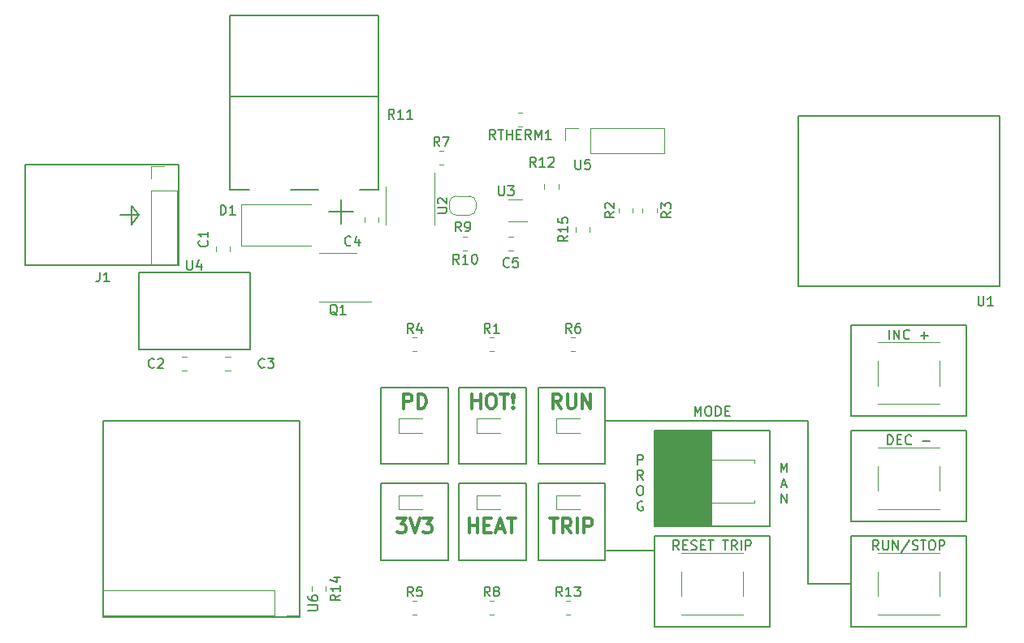
<source format=gbr>
%TF.GenerationSoftware,KiCad,Pcbnew,(6.0.4)*%
%TF.CreationDate,2022-12-15T09:54:16-05:00*%
%TF.ProjectId,HPcontroller,4850636f-6e74-4726-9f6c-6c65722e6b69,rev?*%
%TF.SameCoordinates,Original*%
%TF.FileFunction,Legend,Top*%
%TF.FilePolarity,Positive*%
%FSLAX46Y46*%
G04 Gerber Fmt 4.6, Leading zero omitted, Abs format (unit mm)*
G04 Created by KiCad (PCBNEW (6.0.4)) date 2022-12-15 09:54:16*
%MOMM*%
%LPD*%
G01*
G04 APERTURE LIST*
%ADD10C,0.150000*%
%ADD11C,0.300000*%
%ADD12C,0.120000*%
%ADD13C,0.127000*%
G04 APERTURE END LIST*
D10*
X135500000Y-94500000D02*
X147500000Y-94500000D01*
X147500000Y-94500000D02*
X147500000Y-84500000D01*
X147500000Y-84500000D02*
X135500000Y-84500000D01*
X135500000Y-84500000D02*
X135500000Y-94500000D01*
X151500000Y-83500000D02*
X151500000Y-100500000D01*
X130375000Y-83500000D02*
X151500000Y-83500000D01*
X115125000Y-90000000D02*
X122125000Y-90000000D01*
X122125000Y-90000000D02*
X122125000Y-98000000D01*
X122125000Y-98000000D02*
X115125000Y-98000000D01*
X115125000Y-98000000D02*
X115125000Y-90000000D01*
X151500000Y-100500000D02*
X156000000Y-100500000D01*
X156000000Y-84500000D02*
X168000000Y-84500000D01*
X168000000Y-84500000D02*
X168000000Y-94000000D01*
X168000000Y-94000000D02*
X156000000Y-94000000D01*
X156000000Y-94000000D02*
X156000000Y-84500000D01*
X156000000Y-73500000D02*
X168000000Y-73500000D01*
X168000000Y-73500000D02*
X168000000Y-83000000D01*
X168000000Y-83000000D02*
X156000000Y-83000000D01*
X156000000Y-83000000D02*
X156000000Y-73500000D01*
X130500000Y-97000000D02*
X135500000Y-97000000D01*
X156000000Y-95500000D02*
X168000000Y-95500000D01*
X168000000Y-95500000D02*
X168000000Y-105000000D01*
X168000000Y-105000000D02*
X156000000Y-105000000D01*
X156000000Y-105000000D02*
X156000000Y-95500000D01*
X107000000Y-90000000D02*
X114000000Y-90000000D01*
X114000000Y-90000000D02*
X114000000Y-98000000D01*
X114000000Y-98000000D02*
X107000000Y-98000000D01*
X107000000Y-98000000D02*
X107000000Y-90000000D01*
X115125000Y-80000000D02*
X122125000Y-80000000D01*
X122125000Y-80000000D02*
X122125000Y-88000000D01*
X122125000Y-88000000D02*
X115125000Y-88000000D01*
X115125000Y-88000000D02*
X115125000Y-80000000D01*
X123375000Y-90000000D02*
X130375000Y-90000000D01*
X130375000Y-90000000D02*
X130375000Y-98000000D01*
X130375000Y-98000000D02*
X123375000Y-98000000D01*
X123375000Y-98000000D02*
X123375000Y-90000000D01*
X78000000Y-104000000D02*
X98500000Y-104000000D01*
X98500000Y-104000000D02*
X98500000Y-83500000D01*
X98500000Y-83500000D02*
X78000000Y-83500000D01*
X78000000Y-83500000D02*
X78000000Y-104000000D01*
X107000000Y-80000000D02*
X114000000Y-80000000D01*
X114000000Y-80000000D02*
X114000000Y-88000000D01*
X114000000Y-88000000D02*
X107000000Y-88000000D01*
X107000000Y-88000000D02*
X107000000Y-80000000D01*
X123375000Y-80000000D02*
X130375000Y-80000000D01*
X130375000Y-80000000D02*
X130375000Y-88000000D01*
X130375000Y-88000000D02*
X123375000Y-88000000D01*
X123375000Y-88000000D02*
X123375000Y-80000000D01*
X135500000Y-95500000D02*
X147500000Y-95500000D01*
X147500000Y-95500000D02*
X147500000Y-105000000D01*
X147500000Y-105000000D02*
X135500000Y-105000000D01*
X135500000Y-105000000D02*
X135500000Y-95500000D01*
X138047619Y-96952380D02*
X137714285Y-96476190D01*
X137476190Y-96952380D02*
X137476190Y-95952380D01*
X137857142Y-95952380D01*
X137952380Y-96000000D01*
X138000000Y-96047619D01*
X138047619Y-96142857D01*
X138047619Y-96285714D01*
X138000000Y-96380952D01*
X137952380Y-96428571D01*
X137857142Y-96476190D01*
X137476190Y-96476190D01*
X138476190Y-96428571D02*
X138809523Y-96428571D01*
X138952380Y-96952380D02*
X138476190Y-96952380D01*
X138476190Y-95952380D01*
X138952380Y-95952380D01*
X139333333Y-96904761D02*
X139476190Y-96952380D01*
X139714285Y-96952380D01*
X139809523Y-96904761D01*
X139857142Y-96857142D01*
X139904761Y-96761904D01*
X139904761Y-96666666D01*
X139857142Y-96571428D01*
X139809523Y-96523809D01*
X139714285Y-96476190D01*
X139523809Y-96428571D01*
X139428571Y-96380952D01*
X139380952Y-96333333D01*
X139333333Y-96238095D01*
X139333333Y-96142857D01*
X139380952Y-96047619D01*
X139428571Y-96000000D01*
X139523809Y-95952380D01*
X139761904Y-95952380D01*
X139904761Y-96000000D01*
X140333333Y-96428571D02*
X140666666Y-96428571D01*
X140809523Y-96952380D02*
X140333333Y-96952380D01*
X140333333Y-95952380D01*
X140809523Y-95952380D01*
X141095238Y-95952380D02*
X141666666Y-95952380D01*
X141380952Y-96952380D02*
X141380952Y-95952380D01*
X142619047Y-95952380D02*
X143190476Y-95952380D01*
X142904761Y-96952380D02*
X142904761Y-95952380D01*
X144095238Y-96952380D02*
X143761904Y-96476190D01*
X143523809Y-96952380D02*
X143523809Y-95952380D01*
X143904761Y-95952380D01*
X144000000Y-96000000D01*
X144047619Y-96047619D01*
X144095238Y-96142857D01*
X144095238Y-96285714D01*
X144047619Y-96380952D01*
X144000000Y-96428571D01*
X143904761Y-96476190D01*
X143523809Y-96476190D01*
X144523809Y-96952380D02*
X144523809Y-95952380D01*
X145000000Y-96952380D02*
X145000000Y-95952380D01*
X145380952Y-95952380D01*
X145476190Y-96000000D01*
X145523809Y-96047619D01*
X145571428Y-96142857D01*
X145571428Y-96285714D01*
X145523809Y-96380952D01*
X145476190Y-96428571D01*
X145380952Y-96476190D01*
X145000000Y-96476190D01*
X159785714Y-85952380D02*
X159785714Y-84952380D01*
X160023809Y-84952380D01*
X160166666Y-85000000D01*
X160261904Y-85095238D01*
X160309523Y-85190476D01*
X160357142Y-85380952D01*
X160357142Y-85523809D01*
X160309523Y-85714285D01*
X160261904Y-85809523D01*
X160166666Y-85904761D01*
X160023809Y-85952380D01*
X159785714Y-85952380D01*
X160785714Y-85428571D02*
X161119047Y-85428571D01*
X161261904Y-85952380D02*
X160785714Y-85952380D01*
X160785714Y-84952380D01*
X161261904Y-84952380D01*
X162261904Y-85857142D02*
X162214285Y-85904761D01*
X162071428Y-85952380D01*
X161976190Y-85952380D01*
X161833333Y-85904761D01*
X161738095Y-85809523D01*
X161690476Y-85714285D01*
X161642857Y-85523809D01*
X161642857Y-85380952D01*
X161690476Y-85190476D01*
X161738095Y-85095238D01*
X161833333Y-85000000D01*
X161976190Y-84952380D01*
X162071428Y-84952380D01*
X162214285Y-85000000D01*
X162261904Y-85047619D01*
X163452380Y-85571428D02*
X164214285Y-85571428D01*
D11*
X109357142Y-82178571D02*
X109357142Y-80678571D01*
X109928571Y-80678571D01*
X110071428Y-80750000D01*
X110142857Y-80821428D01*
X110214285Y-80964285D01*
X110214285Y-81178571D01*
X110142857Y-81321428D01*
X110071428Y-81392857D01*
X109928571Y-81464285D01*
X109357142Y-81464285D01*
X110857142Y-82178571D02*
X110857142Y-80678571D01*
X111214285Y-80678571D01*
X111428571Y-80750000D01*
X111571428Y-80892857D01*
X111642857Y-81035714D01*
X111714285Y-81321428D01*
X111714285Y-81535714D01*
X111642857Y-81821428D01*
X111571428Y-81964285D01*
X111428571Y-82107142D01*
X111214285Y-82178571D01*
X110857142Y-82178571D01*
X124589285Y-93678571D02*
X125446428Y-93678571D01*
X125017857Y-95178571D02*
X125017857Y-93678571D01*
X126803571Y-95178571D02*
X126303571Y-94464285D01*
X125946428Y-95178571D02*
X125946428Y-93678571D01*
X126517857Y-93678571D01*
X126660714Y-93750000D01*
X126732142Y-93821428D01*
X126803571Y-93964285D01*
X126803571Y-94178571D01*
X126732142Y-94321428D01*
X126660714Y-94392857D01*
X126517857Y-94464285D01*
X125946428Y-94464285D01*
X127446428Y-95178571D02*
X127446428Y-93678571D01*
X128160714Y-95178571D02*
X128160714Y-93678571D01*
X128732142Y-93678571D01*
X128875000Y-93750000D01*
X128946428Y-93821428D01*
X129017857Y-93964285D01*
X129017857Y-94178571D01*
X128946428Y-94321428D01*
X128875000Y-94392857D01*
X128732142Y-94464285D01*
X128160714Y-94464285D01*
X116178571Y-95178571D02*
X116178571Y-93678571D01*
X116178571Y-94392857D02*
X117035714Y-94392857D01*
X117035714Y-95178571D02*
X117035714Y-93678571D01*
X117750000Y-94392857D02*
X118250000Y-94392857D01*
X118464285Y-95178571D02*
X117750000Y-95178571D01*
X117750000Y-93678571D01*
X118464285Y-93678571D01*
X119035714Y-94750000D02*
X119750000Y-94750000D01*
X118892857Y-95178571D02*
X119392857Y-93678571D01*
X119892857Y-95178571D01*
X120178571Y-93678571D02*
X121035714Y-93678571D01*
X120607142Y-95178571D02*
X120607142Y-93678571D01*
D10*
X148666666Y-88842380D02*
X148666666Y-87842380D01*
X149000000Y-88556666D01*
X149333333Y-87842380D01*
X149333333Y-88842380D01*
X148761904Y-90166666D02*
X149238095Y-90166666D01*
X148666666Y-90452380D02*
X149000000Y-89452380D01*
X149333333Y-90452380D01*
X148714285Y-92062380D02*
X148714285Y-91062380D01*
X149285714Y-92062380D01*
X149285714Y-91062380D01*
X159976190Y-74952380D02*
X159976190Y-73952380D01*
X160452380Y-74952380D02*
X160452380Y-73952380D01*
X161023809Y-74952380D01*
X161023809Y-73952380D01*
X162071428Y-74857142D02*
X162023809Y-74904761D01*
X161880952Y-74952380D01*
X161785714Y-74952380D01*
X161642857Y-74904761D01*
X161547619Y-74809523D01*
X161500000Y-74714285D01*
X161452380Y-74523809D01*
X161452380Y-74380952D01*
X161500000Y-74190476D01*
X161547619Y-74095238D01*
X161642857Y-74000000D01*
X161785714Y-73952380D01*
X161880952Y-73952380D01*
X162023809Y-74000000D01*
X162071428Y-74047619D01*
X163261904Y-74571428D02*
X164023809Y-74571428D01*
X163642857Y-74952380D02*
X163642857Y-74190476D01*
D11*
X116482142Y-82178571D02*
X116482142Y-80678571D01*
X116482142Y-81392857D02*
X117339285Y-81392857D01*
X117339285Y-82178571D02*
X117339285Y-80678571D01*
X118339285Y-80678571D02*
X118625000Y-80678571D01*
X118767857Y-80750000D01*
X118910714Y-80892857D01*
X118982142Y-81178571D01*
X118982142Y-81678571D01*
X118910714Y-81964285D01*
X118767857Y-82107142D01*
X118625000Y-82178571D01*
X118339285Y-82178571D01*
X118196428Y-82107142D01*
X118053571Y-81964285D01*
X117982142Y-81678571D01*
X117982142Y-81178571D01*
X118053571Y-80892857D01*
X118196428Y-80750000D01*
X118339285Y-80678571D01*
X119410714Y-80678571D02*
X120267857Y-80678571D01*
X119839285Y-82178571D02*
X119839285Y-80678571D01*
X120767857Y-82035714D02*
X120839285Y-82107142D01*
X120767857Y-82178571D01*
X120696428Y-82107142D01*
X120767857Y-82035714D01*
X120767857Y-82178571D01*
X120767857Y-81607142D02*
X120696428Y-80750000D01*
X120767857Y-80678571D01*
X120839285Y-80750000D01*
X120767857Y-81607142D01*
X120767857Y-80678571D01*
D10*
X139690476Y-82952380D02*
X139690476Y-81952380D01*
X140023809Y-82666666D01*
X140357142Y-81952380D01*
X140357142Y-82952380D01*
X141023809Y-81952380D02*
X141214285Y-81952380D01*
X141309523Y-82000000D01*
X141404761Y-82095238D01*
X141452380Y-82285714D01*
X141452380Y-82619047D01*
X141404761Y-82809523D01*
X141309523Y-82904761D01*
X141214285Y-82952380D01*
X141023809Y-82952380D01*
X140928571Y-82904761D01*
X140833333Y-82809523D01*
X140785714Y-82619047D01*
X140785714Y-82285714D01*
X140833333Y-82095238D01*
X140928571Y-82000000D01*
X141023809Y-81952380D01*
X141880952Y-82952380D02*
X141880952Y-81952380D01*
X142119047Y-81952380D01*
X142261904Y-82000000D01*
X142357142Y-82095238D01*
X142404761Y-82190476D01*
X142452380Y-82380952D01*
X142452380Y-82523809D01*
X142404761Y-82714285D01*
X142357142Y-82809523D01*
X142261904Y-82904761D01*
X142119047Y-82952380D01*
X141880952Y-82952380D01*
X142880952Y-82428571D02*
X143214285Y-82428571D01*
X143357142Y-82952380D02*
X142880952Y-82952380D01*
X142880952Y-81952380D01*
X143357142Y-81952380D01*
X158857142Y-96952380D02*
X158523809Y-96476190D01*
X158285714Y-96952380D02*
X158285714Y-95952380D01*
X158666666Y-95952380D01*
X158761904Y-96000000D01*
X158809523Y-96047619D01*
X158857142Y-96142857D01*
X158857142Y-96285714D01*
X158809523Y-96380952D01*
X158761904Y-96428571D01*
X158666666Y-96476190D01*
X158285714Y-96476190D01*
X159285714Y-95952380D02*
X159285714Y-96761904D01*
X159333333Y-96857142D01*
X159380952Y-96904761D01*
X159476190Y-96952380D01*
X159666666Y-96952380D01*
X159761904Y-96904761D01*
X159809523Y-96857142D01*
X159857142Y-96761904D01*
X159857142Y-95952380D01*
X160333333Y-96952380D02*
X160333333Y-95952380D01*
X160904761Y-96952380D01*
X160904761Y-95952380D01*
X162095238Y-95904761D02*
X161238095Y-97190476D01*
X162380952Y-96904761D02*
X162523809Y-96952380D01*
X162761904Y-96952380D01*
X162857142Y-96904761D01*
X162904761Y-96857142D01*
X162952380Y-96761904D01*
X162952380Y-96666666D01*
X162904761Y-96571428D01*
X162857142Y-96523809D01*
X162761904Y-96476190D01*
X162571428Y-96428571D01*
X162476190Y-96380952D01*
X162428571Y-96333333D01*
X162380952Y-96238095D01*
X162380952Y-96142857D01*
X162428571Y-96047619D01*
X162476190Y-96000000D01*
X162571428Y-95952380D01*
X162809523Y-95952380D01*
X162952380Y-96000000D01*
X163238095Y-95952380D02*
X163809523Y-95952380D01*
X163523809Y-96952380D02*
X163523809Y-95952380D01*
X164333333Y-95952380D02*
X164523809Y-95952380D01*
X164619047Y-96000000D01*
X164714285Y-96095238D01*
X164761904Y-96285714D01*
X164761904Y-96619047D01*
X164714285Y-96809523D01*
X164619047Y-96904761D01*
X164523809Y-96952380D01*
X164333333Y-96952380D01*
X164238095Y-96904761D01*
X164142857Y-96809523D01*
X164095238Y-96619047D01*
X164095238Y-96285714D01*
X164142857Y-96095238D01*
X164238095Y-96000000D01*
X164333333Y-95952380D01*
X165190476Y-96952380D02*
X165190476Y-95952380D01*
X165571428Y-95952380D01*
X165666666Y-96000000D01*
X165714285Y-96047619D01*
X165761904Y-96142857D01*
X165761904Y-96285714D01*
X165714285Y-96380952D01*
X165666666Y-96428571D01*
X165571428Y-96476190D01*
X165190476Y-96476190D01*
X133738095Y-88037380D02*
X133738095Y-87037380D01*
X134119047Y-87037380D01*
X134214285Y-87085000D01*
X134261904Y-87132619D01*
X134309523Y-87227857D01*
X134309523Y-87370714D01*
X134261904Y-87465952D01*
X134214285Y-87513571D01*
X134119047Y-87561190D01*
X133738095Y-87561190D01*
X134309523Y-89647380D02*
X133976190Y-89171190D01*
X133738095Y-89647380D02*
X133738095Y-88647380D01*
X134119047Y-88647380D01*
X134214285Y-88695000D01*
X134261904Y-88742619D01*
X134309523Y-88837857D01*
X134309523Y-88980714D01*
X134261904Y-89075952D01*
X134214285Y-89123571D01*
X134119047Y-89171190D01*
X133738095Y-89171190D01*
X133904761Y-90257380D02*
X134095238Y-90257380D01*
X134190476Y-90305000D01*
X134285714Y-90400238D01*
X134333333Y-90590714D01*
X134333333Y-90924047D01*
X134285714Y-91114523D01*
X134190476Y-91209761D01*
X134095238Y-91257380D01*
X133904761Y-91257380D01*
X133809523Y-91209761D01*
X133714285Y-91114523D01*
X133666666Y-90924047D01*
X133666666Y-90590714D01*
X133714285Y-90400238D01*
X133809523Y-90305000D01*
X133904761Y-90257380D01*
X134261904Y-91915000D02*
X134166666Y-91867380D01*
X134023809Y-91867380D01*
X133880952Y-91915000D01*
X133785714Y-92010238D01*
X133738095Y-92105476D01*
X133690476Y-92295952D01*
X133690476Y-92438809D01*
X133738095Y-92629285D01*
X133785714Y-92724523D01*
X133880952Y-92819761D01*
X134023809Y-92867380D01*
X134119047Y-92867380D01*
X134261904Y-92819761D01*
X134309523Y-92772142D01*
X134309523Y-92438809D01*
X134119047Y-92438809D01*
D11*
X108642857Y-93678571D02*
X109571428Y-93678571D01*
X109071428Y-94250000D01*
X109285714Y-94250000D01*
X109428571Y-94321428D01*
X109500000Y-94392857D01*
X109571428Y-94535714D01*
X109571428Y-94892857D01*
X109500000Y-95035714D01*
X109428571Y-95107142D01*
X109285714Y-95178571D01*
X108857142Y-95178571D01*
X108714285Y-95107142D01*
X108642857Y-95035714D01*
X110000000Y-93678571D02*
X110500000Y-95178571D01*
X111000000Y-93678571D01*
X111357142Y-93678571D02*
X112285714Y-93678571D01*
X111785714Y-94250000D01*
X112000000Y-94250000D01*
X112142857Y-94321428D01*
X112214285Y-94392857D01*
X112285714Y-94535714D01*
X112285714Y-94892857D01*
X112214285Y-95035714D01*
X112142857Y-95107142D01*
X112000000Y-95178571D01*
X111571428Y-95178571D01*
X111428571Y-95107142D01*
X111357142Y-95035714D01*
X125767857Y-82178571D02*
X125267857Y-81464285D01*
X124910714Y-82178571D02*
X124910714Y-80678571D01*
X125482142Y-80678571D01*
X125625000Y-80750000D01*
X125696428Y-80821428D01*
X125767857Y-80964285D01*
X125767857Y-81178571D01*
X125696428Y-81321428D01*
X125625000Y-81392857D01*
X125482142Y-81464285D01*
X124910714Y-81464285D01*
X126410714Y-80678571D02*
X126410714Y-81892857D01*
X126482142Y-82035714D01*
X126553571Y-82107142D01*
X126696428Y-82178571D01*
X126982142Y-82178571D01*
X127125000Y-82107142D01*
X127196428Y-82035714D01*
X127267857Y-81892857D01*
X127267857Y-80678571D01*
X127982142Y-82178571D02*
X127982142Y-80678571D01*
X128839285Y-82178571D01*
X128839285Y-80678571D01*
D10*
%TO.C,C3*%
X94833333Y-77857142D02*
X94785714Y-77904761D01*
X94642857Y-77952380D01*
X94547619Y-77952380D01*
X94404761Y-77904761D01*
X94309523Y-77809523D01*
X94261904Y-77714285D01*
X94214285Y-77523809D01*
X94214285Y-77380952D01*
X94261904Y-77190476D01*
X94309523Y-77095238D01*
X94404761Y-77000000D01*
X94547619Y-76952380D01*
X94642857Y-76952380D01*
X94785714Y-77000000D01*
X94833333Y-77047619D01*
X95166666Y-76952380D02*
X95785714Y-76952380D01*
X95452380Y-77333333D01*
X95595238Y-77333333D01*
X95690476Y-77380952D01*
X95738095Y-77428571D01*
X95785714Y-77523809D01*
X95785714Y-77761904D01*
X95738095Y-77857142D01*
X95690476Y-77904761D01*
X95595238Y-77952380D01*
X95309523Y-77952380D01*
X95214285Y-77904761D01*
X95166666Y-77857142D01*
%TO.C,R10*%
X115107142Y-67102380D02*
X114773809Y-66626190D01*
X114535714Y-67102380D02*
X114535714Y-66102380D01*
X114916666Y-66102380D01*
X115011904Y-66150000D01*
X115059523Y-66197619D01*
X115107142Y-66292857D01*
X115107142Y-66435714D01*
X115059523Y-66530952D01*
X115011904Y-66578571D01*
X114916666Y-66626190D01*
X114535714Y-66626190D01*
X116059523Y-67102380D02*
X115488095Y-67102380D01*
X115773809Y-67102380D02*
X115773809Y-66102380D01*
X115678571Y-66245238D01*
X115583333Y-66340476D01*
X115488095Y-66388095D01*
X116678571Y-66102380D02*
X116773809Y-66102380D01*
X116869047Y-66150000D01*
X116916666Y-66197619D01*
X116964285Y-66292857D01*
X117011904Y-66483333D01*
X117011904Y-66721428D01*
X116964285Y-66911904D01*
X116916666Y-67007142D01*
X116869047Y-67054761D01*
X116773809Y-67102380D01*
X116678571Y-67102380D01*
X116583333Y-67054761D01*
X116535714Y-67007142D01*
X116488095Y-66911904D01*
X116440476Y-66721428D01*
X116440476Y-66483333D01*
X116488095Y-66292857D01*
X116535714Y-66197619D01*
X116583333Y-66150000D01*
X116678571Y-66102380D01*
%TO.C,R3*%
X137202380Y-61666666D02*
X136726190Y-62000000D01*
X137202380Y-62238095D02*
X136202380Y-62238095D01*
X136202380Y-61857142D01*
X136250000Y-61761904D01*
X136297619Y-61714285D01*
X136392857Y-61666666D01*
X136535714Y-61666666D01*
X136630952Y-61714285D01*
X136678571Y-61761904D01*
X136726190Y-61857142D01*
X136726190Y-62238095D01*
X136202380Y-61333333D02*
X136202380Y-60714285D01*
X136583333Y-61047619D01*
X136583333Y-60904761D01*
X136630952Y-60809523D01*
X136678571Y-60761904D01*
X136773809Y-60714285D01*
X137011904Y-60714285D01*
X137107142Y-60761904D01*
X137154761Y-60809523D01*
X137202380Y-60904761D01*
X137202380Y-61190476D01*
X137154761Y-61285714D01*
X137107142Y-61333333D01*
%TO.C,R4*%
X110333333Y-74302380D02*
X110000000Y-73826190D01*
X109761904Y-74302380D02*
X109761904Y-73302380D01*
X110142857Y-73302380D01*
X110238095Y-73350000D01*
X110285714Y-73397619D01*
X110333333Y-73492857D01*
X110333333Y-73635714D01*
X110285714Y-73730952D01*
X110238095Y-73778571D01*
X110142857Y-73826190D01*
X109761904Y-73826190D01*
X111190476Y-73635714D02*
X111190476Y-74302380D01*
X110952380Y-73254761D02*
X110714285Y-73969047D01*
X111333333Y-73969047D01*
%TO.C,R12*%
X123107142Y-56952380D02*
X122773809Y-56476190D01*
X122535714Y-56952380D02*
X122535714Y-55952380D01*
X122916666Y-55952380D01*
X123011904Y-56000000D01*
X123059523Y-56047619D01*
X123107142Y-56142857D01*
X123107142Y-56285714D01*
X123059523Y-56380952D01*
X123011904Y-56428571D01*
X122916666Y-56476190D01*
X122535714Y-56476190D01*
X124059523Y-56952380D02*
X123488095Y-56952380D01*
X123773809Y-56952380D02*
X123773809Y-55952380D01*
X123678571Y-56095238D01*
X123583333Y-56190476D01*
X123488095Y-56238095D01*
X124440476Y-56047619D02*
X124488095Y-56000000D01*
X124583333Y-55952380D01*
X124821428Y-55952380D01*
X124916666Y-56000000D01*
X124964285Y-56047619D01*
X125011904Y-56142857D01*
X125011904Y-56238095D01*
X124964285Y-56380952D01*
X124392857Y-56952380D01*
X125011904Y-56952380D01*
%TO.C,R1*%
X118333333Y-74302380D02*
X118000000Y-73826190D01*
X117761904Y-74302380D02*
X117761904Y-73302380D01*
X118142857Y-73302380D01*
X118238095Y-73350000D01*
X118285714Y-73397619D01*
X118333333Y-73492857D01*
X118333333Y-73635714D01*
X118285714Y-73730952D01*
X118238095Y-73778571D01*
X118142857Y-73826190D01*
X117761904Y-73826190D01*
X119285714Y-74302380D02*
X118714285Y-74302380D01*
X119000000Y-74302380D02*
X119000000Y-73302380D01*
X118904761Y-73445238D01*
X118809523Y-73540476D01*
X118714285Y-73588095D01*
%TO.C,RTHERM1*%
X118904761Y-54102380D02*
X118571428Y-53626190D01*
X118333333Y-54102380D02*
X118333333Y-53102380D01*
X118714285Y-53102380D01*
X118809523Y-53150000D01*
X118857142Y-53197619D01*
X118904761Y-53292857D01*
X118904761Y-53435714D01*
X118857142Y-53530952D01*
X118809523Y-53578571D01*
X118714285Y-53626190D01*
X118333333Y-53626190D01*
X119190476Y-53102380D02*
X119761904Y-53102380D01*
X119476190Y-54102380D02*
X119476190Y-53102380D01*
X120095238Y-54102380D02*
X120095238Y-53102380D01*
X120095238Y-53578571D02*
X120666666Y-53578571D01*
X120666666Y-54102380D02*
X120666666Y-53102380D01*
X121142857Y-53578571D02*
X121476190Y-53578571D01*
X121619047Y-54102380D02*
X121142857Y-54102380D01*
X121142857Y-53102380D01*
X121619047Y-53102380D01*
X122619047Y-54102380D02*
X122285714Y-53626190D01*
X122047619Y-54102380D02*
X122047619Y-53102380D01*
X122428571Y-53102380D01*
X122523809Y-53150000D01*
X122571428Y-53197619D01*
X122619047Y-53292857D01*
X122619047Y-53435714D01*
X122571428Y-53530952D01*
X122523809Y-53578571D01*
X122428571Y-53626190D01*
X122047619Y-53626190D01*
X123047619Y-54102380D02*
X123047619Y-53102380D01*
X123380952Y-53816666D01*
X123714285Y-53102380D01*
X123714285Y-54102380D01*
X124714285Y-54102380D02*
X124142857Y-54102380D01*
X124428571Y-54102380D02*
X124428571Y-53102380D01*
X124333333Y-53245238D01*
X124238095Y-53340476D01*
X124142857Y-53388095D01*
%TO.C,Q1*%
X102404761Y-72447619D02*
X102309523Y-72400000D01*
X102214285Y-72304761D01*
X102071428Y-72161904D01*
X101976190Y-72114285D01*
X101880952Y-72114285D01*
X101928571Y-72352380D02*
X101833333Y-72304761D01*
X101738095Y-72209523D01*
X101690476Y-72019047D01*
X101690476Y-71685714D01*
X101738095Y-71495238D01*
X101833333Y-71400000D01*
X101928571Y-71352380D01*
X102119047Y-71352380D01*
X102214285Y-71400000D01*
X102309523Y-71495238D01*
X102357142Y-71685714D01*
X102357142Y-72019047D01*
X102309523Y-72209523D01*
X102214285Y-72304761D01*
X102119047Y-72352380D01*
X101928571Y-72352380D01*
X103309523Y-72352380D02*
X102738095Y-72352380D01*
X103023809Y-72352380D02*
X103023809Y-71352380D01*
X102928571Y-71495238D01*
X102833333Y-71590476D01*
X102738095Y-71638095D01*
%TO.C,R15*%
X126452380Y-64142857D02*
X125976190Y-64476190D01*
X126452380Y-64714285D02*
X125452380Y-64714285D01*
X125452380Y-64333333D01*
X125500000Y-64238095D01*
X125547619Y-64190476D01*
X125642857Y-64142857D01*
X125785714Y-64142857D01*
X125880952Y-64190476D01*
X125928571Y-64238095D01*
X125976190Y-64333333D01*
X125976190Y-64714285D01*
X126452380Y-63190476D02*
X126452380Y-63761904D01*
X126452380Y-63476190D02*
X125452380Y-63476190D01*
X125595238Y-63571428D01*
X125690476Y-63666666D01*
X125738095Y-63761904D01*
X125452380Y-62285714D02*
X125452380Y-62761904D01*
X125928571Y-62809523D01*
X125880952Y-62761904D01*
X125833333Y-62666666D01*
X125833333Y-62428571D01*
X125880952Y-62333333D01*
X125928571Y-62285714D01*
X126023809Y-62238095D01*
X126261904Y-62238095D01*
X126357142Y-62285714D01*
X126404761Y-62333333D01*
X126452380Y-62428571D01*
X126452380Y-62666666D01*
X126404761Y-62761904D01*
X126357142Y-62809523D01*
%TO.C,R13*%
X125857142Y-101802380D02*
X125523809Y-101326190D01*
X125285714Y-101802380D02*
X125285714Y-100802380D01*
X125666666Y-100802380D01*
X125761904Y-100850000D01*
X125809523Y-100897619D01*
X125857142Y-100992857D01*
X125857142Y-101135714D01*
X125809523Y-101230952D01*
X125761904Y-101278571D01*
X125666666Y-101326190D01*
X125285714Y-101326190D01*
X126809523Y-101802380D02*
X126238095Y-101802380D01*
X126523809Y-101802380D02*
X126523809Y-100802380D01*
X126428571Y-100945238D01*
X126333333Y-101040476D01*
X126238095Y-101088095D01*
X127142857Y-100802380D02*
X127761904Y-100802380D01*
X127428571Y-101183333D01*
X127571428Y-101183333D01*
X127666666Y-101230952D01*
X127714285Y-101278571D01*
X127761904Y-101373809D01*
X127761904Y-101611904D01*
X127714285Y-101707142D01*
X127666666Y-101754761D01*
X127571428Y-101802380D01*
X127285714Y-101802380D01*
X127190476Y-101754761D01*
X127142857Y-101707142D01*
%TO.C,R2*%
X131302380Y-61666666D02*
X130826190Y-62000000D01*
X131302380Y-62238095D02*
X130302380Y-62238095D01*
X130302380Y-61857142D01*
X130350000Y-61761904D01*
X130397619Y-61714285D01*
X130492857Y-61666666D01*
X130635714Y-61666666D01*
X130730952Y-61714285D01*
X130778571Y-61761904D01*
X130826190Y-61857142D01*
X130826190Y-62238095D01*
X130397619Y-61285714D02*
X130350000Y-61238095D01*
X130302380Y-61142857D01*
X130302380Y-60904761D01*
X130350000Y-60809523D01*
X130397619Y-60761904D01*
X130492857Y-60714285D01*
X130588095Y-60714285D01*
X130730952Y-60761904D01*
X131302380Y-61333333D01*
X131302380Y-60714285D01*
%TO.C,R9*%
X115333333Y-63702380D02*
X115000000Y-63226190D01*
X114761904Y-63702380D02*
X114761904Y-62702380D01*
X115142857Y-62702380D01*
X115238095Y-62750000D01*
X115285714Y-62797619D01*
X115333333Y-62892857D01*
X115333333Y-63035714D01*
X115285714Y-63130952D01*
X115238095Y-63178571D01*
X115142857Y-63226190D01*
X114761904Y-63226190D01*
X115809523Y-63702380D02*
X116000000Y-63702380D01*
X116095238Y-63654761D01*
X116142857Y-63607142D01*
X116238095Y-63464285D01*
X116285714Y-63273809D01*
X116285714Y-62892857D01*
X116238095Y-62797619D01*
X116190476Y-62750000D01*
X116095238Y-62702380D01*
X115904761Y-62702380D01*
X115809523Y-62750000D01*
X115761904Y-62797619D01*
X115714285Y-62892857D01*
X115714285Y-63130952D01*
X115761904Y-63226190D01*
X115809523Y-63273809D01*
X115904761Y-63321428D01*
X116095238Y-63321428D01*
X116190476Y-63273809D01*
X116238095Y-63226190D01*
X116285714Y-63130952D01*
%TO.C,J1*%
X77666666Y-67952380D02*
X77666666Y-68666666D01*
X77619047Y-68809523D01*
X77523809Y-68904761D01*
X77380952Y-68952380D01*
X77285714Y-68952380D01*
X78666666Y-68952380D02*
X78095238Y-68952380D01*
X78380952Y-68952380D02*
X78380952Y-67952380D01*
X78285714Y-68095238D01*
X78190476Y-68190476D01*
X78095238Y-68238095D01*
%TO.C,C2*%
X83333333Y-77857142D02*
X83285714Y-77904761D01*
X83142857Y-77952380D01*
X83047619Y-77952380D01*
X82904761Y-77904761D01*
X82809523Y-77809523D01*
X82761904Y-77714285D01*
X82714285Y-77523809D01*
X82714285Y-77380952D01*
X82761904Y-77190476D01*
X82809523Y-77095238D01*
X82904761Y-77000000D01*
X83047619Y-76952380D01*
X83142857Y-76952380D01*
X83285714Y-77000000D01*
X83333333Y-77047619D01*
X83714285Y-77047619D02*
X83761904Y-77000000D01*
X83857142Y-76952380D01*
X84095238Y-76952380D01*
X84190476Y-77000000D01*
X84238095Y-77047619D01*
X84285714Y-77142857D01*
X84285714Y-77238095D01*
X84238095Y-77380952D01*
X83666666Y-77952380D01*
X84285714Y-77952380D01*
%TO.C,U5*%
X127238095Y-56202380D02*
X127238095Y-57011904D01*
X127285714Y-57107142D01*
X127333333Y-57154761D01*
X127428571Y-57202380D01*
X127619047Y-57202380D01*
X127714285Y-57154761D01*
X127761904Y-57107142D01*
X127809523Y-57011904D01*
X127809523Y-56202380D01*
X128761904Y-56202380D02*
X128285714Y-56202380D01*
X128238095Y-56678571D01*
X128285714Y-56630952D01*
X128380952Y-56583333D01*
X128619047Y-56583333D01*
X128714285Y-56630952D01*
X128761904Y-56678571D01*
X128809523Y-56773809D01*
X128809523Y-57011904D01*
X128761904Y-57107142D01*
X128714285Y-57154761D01*
X128619047Y-57202380D01*
X128380952Y-57202380D01*
X128285714Y-57154761D01*
X128238095Y-57107142D01*
%TO.C,C5*%
X120333333Y-67357142D02*
X120285714Y-67404761D01*
X120142857Y-67452380D01*
X120047619Y-67452380D01*
X119904761Y-67404761D01*
X119809523Y-67309523D01*
X119761904Y-67214285D01*
X119714285Y-67023809D01*
X119714285Y-66880952D01*
X119761904Y-66690476D01*
X119809523Y-66595238D01*
X119904761Y-66500000D01*
X120047619Y-66452380D01*
X120142857Y-66452380D01*
X120285714Y-66500000D01*
X120333333Y-66547619D01*
X121238095Y-66452380D02*
X120761904Y-66452380D01*
X120714285Y-66928571D01*
X120761904Y-66880952D01*
X120857142Y-66833333D01*
X121095238Y-66833333D01*
X121190476Y-66880952D01*
X121238095Y-66928571D01*
X121285714Y-67023809D01*
X121285714Y-67261904D01*
X121238095Y-67357142D01*
X121190476Y-67404761D01*
X121095238Y-67452380D01*
X120857142Y-67452380D01*
X120761904Y-67404761D01*
X120714285Y-67357142D01*
%TO.C,R8*%
X118333333Y-101802380D02*
X118000000Y-101326190D01*
X117761904Y-101802380D02*
X117761904Y-100802380D01*
X118142857Y-100802380D01*
X118238095Y-100850000D01*
X118285714Y-100897619D01*
X118333333Y-100992857D01*
X118333333Y-101135714D01*
X118285714Y-101230952D01*
X118238095Y-101278571D01*
X118142857Y-101326190D01*
X117761904Y-101326190D01*
X118904761Y-101230952D02*
X118809523Y-101183333D01*
X118761904Y-101135714D01*
X118714285Y-101040476D01*
X118714285Y-100992857D01*
X118761904Y-100897619D01*
X118809523Y-100850000D01*
X118904761Y-100802380D01*
X119095238Y-100802380D01*
X119190476Y-100850000D01*
X119238095Y-100897619D01*
X119285714Y-100992857D01*
X119285714Y-101040476D01*
X119238095Y-101135714D01*
X119190476Y-101183333D01*
X119095238Y-101230952D01*
X118904761Y-101230952D01*
X118809523Y-101278571D01*
X118761904Y-101326190D01*
X118714285Y-101421428D01*
X118714285Y-101611904D01*
X118761904Y-101707142D01*
X118809523Y-101754761D01*
X118904761Y-101802380D01*
X119095238Y-101802380D01*
X119190476Y-101754761D01*
X119238095Y-101707142D01*
X119285714Y-101611904D01*
X119285714Y-101421428D01*
X119238095Y-101326190D01*
X119190476Y-101278571D01*
X119095238Y-101230952D01*
%TO.C,U2*%
X112852380Y-61761904D02*
X113661904Y-61761904D01*
X113757142Y-61714285D01*
X113804761Y-61666666D01*
X113852380Y-61571428D01*
X113852380Y-61380952D01*
X113804761Y-61285714D01*
X113757142Y-61238095D01*
X113661904Y-61190476D01*
X112852380Y-61190476D01*
X112947619Y-60761904D02*
X112900000Y-60714285D01*
X112852380Y-60619047D01*
X112852380Y-60380952D01*
X112900000Y-60285714D01*
X112947619Y-60238095D01*
X113042857Y-60190476D01*
X113138095Y-60190476D01*
X113280952Y-60238095D01*
X113852380Y-60809523D01*
X113852380Y-60190476D01*
%TO.C,R6*%
X126833333Y-74302380D02*
X126500000Y-73826190D01*
X126261904Y-74302380D02*
X126261904Y-73302380D01*
X126642857Y-73302380D01*
X126738095Y-73350000D01*
X126785714Y-73397619D01*
X126833333Y-73492857D01*
X126833333Y-73635714D01*
X126785714Y-73730952D01*
X126738095Y-73778571D01*
X126642857Y-73826190D01*
X126261904Y-73826190D01*
X127690476Y-73302380D02*
X127500000Y-73302380D01*
X127404761Y-73350000D01*
X127357142Y-73397619D01*
X127261904Y-73540476D01*
X127214285Y-73730952D01*
X127214285Y-74111904D01*
X127261904Y-74207142D01*
X127309523Y-74254761D01*
X127404761Y-74302380D01*
X127595238Y-74302380D01*
X127690476Y-74254761D01*
X127738095Y-74207142D01*
X127785714Y-74111904D01*
X127785714Y-73873809D01*
X127738095Y-73778571D01*
X127690476Y-73730952D01*
X127595238Y-73683333D01*
X127404761Y-73683333D01*
X127309523Y-73730952D01*
X127261904Y-73778571D01*
X127214285Y-73873809D01*
%TO.C,U3*%
X119238095Y-58952380D02*
X119238095Y-59761904D01*
X119285714Y-59857142D01*
X119333333Y-59904761D01*
X119428571Y-59952380D01*
X119619047Y-59952380D01*
X119714285Y-59904761D01*
X119761904Y-59857142D01*
X119809523Y-59761904D01*
X119809523Y-58952380D01*
X120190476Y-58952380D02*
X120809523Y-58952380D01*
X120476190Y-59333333D01*
X120619047Y-59333333D01*
X120714285Y-59380952D01*
X120761904Y-59428571D01*
X120809523Y-59523809D01*
X120809523Y-59761904D01*
X120761904Y-59857142D01*
X120714285Y-59904761D01*
X120619047Y-59952380D01*
X120333333Y-59952380D01*
X120238095Y-59904761D01*
X120190476Y-59857142D01*
%TO.C,U1*%
X169238095Y-70452380D02*
X169238095Y-71261904D01*
X169285714Y-71357142D01*
X169333333Y-71404761D01*
X169428571Y-71452380D01*
X169619047Y-71452380D01*
X169714285Y-71404761D01*
X169761904Y-71357142D01*
X169809523Y-71261904D01*
X169809523Y-70452380D01*
X170809523Y-71452380D02*
X170238095Y-71452380D01*
X170523809Y-71452380D02*
X170523809Y-70452380D01*
X170428571Y-70595238D01*
X170333333Y-70690476D01*
X170238095Y-70738095D01*
%TO.C,U6*%
X99382380Y-103261904D02*
X100191904Y-103261904D01*
X100287142Y-103214285D01*
X100334761Y-103166666D01*
X100382380Y-103071428D01*
X100382380Y-102880952D01*
X100334761Y-102785714D01*
X100287142Y-102738095D01*
X100191904Y-102690476D01*
X99382380Y-102690476D01*
X99382380Y-101785714D02*
X99382380Y-101976190D01*
X99430000Y-102071428D01*
X99477619Y-102119047D01*
X99620476Y-102214285D01*
X99810952Y-102261904D01*
X100191904Y-102261904D01*
X100287142Y-102214285D01*
X100334761Y-102166666D01*
X100382380Y-102071428D01*
X100382380Y-101880952D01*
X100334761Y-101785714D01*
X100287142Y-101738095D01*
X100191904Y-101690476D01*
X99953809Y-101690476D01*
X99858571Y-101738095D01*
X99810952Y-101785714D01*
X99763333Y-101880952D01*
X99763333Y-102071428D01*
X99810952Y-102166666D01*
X99858571Y-102214285D01*
X99953809Y-102261904D01*
%TO.C,C1*%
X88857142Y-64666666D02*
X88904761Y-64714285D01*
X88952380Y-64857142D01*
X88952380Y-64952380D01*
X88904761Y-65095238D01*
X88809523Y-65190476D01*
X88714285Y-65238095D01*
X88523809Y-65285714D01*
X88380952Y-65285714D01*
X88190476Y-65238095D01*
X88095238Y-65190476D01*
X88000000Y-65095238D01*
X87952380Y-64952380D01*
X87952380Y-64857142D01*
X88000000Y-64714285D01*
X88047619Y-64666666D01*
X88952380Y-63714285D02*
X88952380Y-64285714D01*
X88952380Y-64000000D02*
X87952380Y-64000000D01*
X88095238Y-64095238D01*
X88190476Y-64190476D01*
X88238095Y-64285714D01*
%TO.C,D1*%
X90261904Y-61952380D02*
X90261904Y-60952380D01*
X90500000Y-60952380D01*
X90642857Y-61000000D01*
X90738095Y-61095238D01*
X90785714Y-61190476D01*
X90833333Y-61380952D01*
X90833333Y-61523809D01*
X90785714Y-61714285D01*
X90738095Y-61809523D01*
X90642857Y-61904761D01*
X90500000Y-61952380D01*
X90261904Y-61952380D01*
X91785714Y-61952380D02*
X91214285Y-61952380D01*
X91500000Y-61952380D02*
X91500000Y-60952380D01*
X91404761Y-61095238D01*
X91309523Y-61190476D01*
X91214285Y-61238095D01*
%TO.C,R7*%
X113083333Y-54802380D02*
X112750000Y-54326190D01*
X112511904Y-54802380D02*
X112511904Y-53802380D01*
X112892857Y-53802380D01*
X112988095Y-53850000D01*
X113035714Y-53897619D01*
X113083333Y-53992857D01*
X113083333Y-54135714D01*
X113035714Y-54230952D01*
X112988095Y-54278571D01*
X112892857Y-54326190D01*
X112511904Y-54326190D01*
X113416666Y-53802380D02*
X114083333Y-53802380D01*
X113654761Y-54802380D01*
%TO.C,U4*%
X86738095Y-66712380D02*
X86738095Y-67521904D01*
X86785714Y-67617142D01*
X86833333Y-67664761D01*
X86928571Y-67712380D01*
X87119047Y-67712380D01*
X87214285Y-67664761D01*
X87261904Y-67617142D01*
X87309523Y-67521904D01*
X87309523Y-66712380D01*
X88214285Y-67045714D02*
X88214285Y-67712380D01*
X87976190Y-66664761D02*
X87738095Y-67379047D01*
X88357142Y-67379047D01*
%TO.C,R5*%
X110333333Y-101802380D02*
X110000000Y-101326190D01*
X109761904Y-101802380D02*
X109761904Y-100802380D01*
X110142857Y-100802380D01*
X110238095Y-100850000D01*
X110285714Y-100897619D01*
X110333333Y-100992857D01*
X110333333Y-101135714D01*
X110285714Y-101230952D01*
X110238095Y-101278571D01*
X110142857Y-101326190D01*
X109761904Y-101326190D01*
X111238095Y-100802380D02*
X110761904Y-100802380D01*
X110714285Y-101278571D01*
X110761904Y-101230952D01*
X110857142Y-101183333D01*
X111095238Y-101183333D01*
X111190476Y-101230952D01*
X111238095Y-101278571D01*
X111285714Y-101373809D01*
X111285714Y-101611904D01*
X111238095Y-101707142D01*
X111190476Y-101754761D01*
X111095238Y-101802380D01*
X110857142Y-101802380D01*
X110761904Y-101754761D01*
X110714285Y-101707142D01*
%TO.C,R14*%
X102702380Y-101642857D02*
X102226190Y-101976190D01*
X102702380Y-102214285D02*
X101702380Y-102214285D01*
X101702380Y-101833333D01*
X101750000Y-101738095D01*
X101797619Y-101690476D01*
X101892857Y-101642857D01*
X102035714Y-101642857D01*
X102130952Y-101690476D01*
X102178571Y-101738095D01*
X102226190Y-101833333D01*
X102226190Y-102214285D01*
X102702380Y-100690476D02*
X102702380Y-101261904D01*
X102702380Y-100976190D02*
X101702380Y-100976190D01*
X101845238Y-101071428D01*
X101940476Y-101166666D01*
X101988095Y-101261904D01*
X102035714Y-99833333D02*
X102702380Y-99833333D01*
X101654761Y-100071428D02*
X102369047Y-100309523D01*
X102369047Y-99690476D01*
%TO.C,C4*%
X103833333Y-65107142D02*
X103785714Y-65154761D01*
X103642857Y-65202380D01*
X103547619Y-65202380D01*
X103404761Y-65154761D01*
X103309523Y-65059523D01*
X103261904Y-64964285D01*
X103214285Y-64773809D01*
X103214285Y-64630952D01*
X103261904Y-64440476D01*
X103309523Y-64345238D01*
X103404761Y-64250000D01*
X103547619Y-64202380D01*
X103642857Y-64202380D01*
X103785714Y-64250000D01*
X103833333Y-64297619D01*
X104690476Y-64535714D02*
X104690476Y-65202380D01*
X104452380Y-64154761D02*
X104214285Y-64869047D01*
X104833333Y-64869047D01*
%TO.C,R11*%
X108356859Y-51952580D02*
X108023379Y-51476179D01*
X107785178Y-51952580D02*
X107785178Y-50952139D01*
X108166299Y-50952139D01*
X108261579Y-50999779D01*
X108309219Y-51047419D01*
X108356859Y-51142699D01*
X108356859Y-51285619D01*
X108309219Y-51380899D01*
X108261579Y-51428539D01*
X108166299Y-51476179D01*
X107785178Y-51476179D01*
X109309660Y-51952580D02*
X108737979Y-51952580D01*
X109023820Y-51952580D02*
X109023820Y-50952139D01*
X108928539Y-51095059D01*
X108833259Y-51190339D01*
X108737979Y-51237979D01*
X110262461Y-51952580D02*
X109690780Y-51952580D01*
X109976620Y-51952580D02*
X109976620Y-50952139D01*
X109881340Y-51095059D01*
X109786060Y-51190339D01*
X109690780Y-51237979D01*
D12*
%TO.C,C3*%
X90738748Y-76765000D02*
X91261252Y-76765000D01*
X90738748Y-78235000D02*
X91261252Y-78235000D01*
%TO.C,R10*%
X115977064Y-64265000D02*
X115522936Y-64265000D01*
X115977064Y-65735000D02*
X115522936Y-65735000D01*
%TO.C,SWINC1*%
X158770000Y-75270000D02*
X165230000Y-75270000D01*
X158770000Y-75300000D02*
X158770000Y-75270000D01*
X165230000Y-75270000D02*
X165230000Y-75300000D01*
X158770000Y-81730000D02*
X158770000Y-81700000D01*
X158770000Y-81730000D02*
X165230000Y-81730000D01*
X158770000Y-77200000D02*
X158770000Y-79800000D01*
X165230000Y-77200000D02*
X165230000Y-79800000D01*
X165230000Y-81730000D02*
X165230000Y-81700000D01*
%TO.C,R3*%
X134265000Y-61727064D02*
X134265000Y-61272936D01*
X135735000Y-61727064D02*
X135735000Y-61272936D01*
%TO.C,D_HEAT1*%
X116965000Y-92735000D02*
X119425000Y-92735000D01*
X119425000Y-91265000D02*
X116965000Y-91265000D01*
X116965000Y-91265000D02*
X116965000Y-92735000D01*
%TO.C,R4*%
X110272936Y-74765000D02*
X110727064Y-74765000D01*
X110272936Y-76235000D02*
X110727064Y-76235000D01*
%TO.C,R12*%
X125485000Y-59227064D02*
X125485000Y-58772936D01*
X124015000Y-59227064D02*
X124015000Y-58772936D01*
%TO.C,R1*%
X118272936Y-76235000D02*
X118727064Y-76235000D01*
X118272936Y-74765000D02*
X118727064Y-74765000D01*
%TO.C,SWRST1*%
X144730000Y-97270000D02*
X144730000Y-97300000D01*
X144730000Y-99200000D02*
X144730000Y-101800000D01*
X138270000Y-99200000D02*
X138270000Y-101800000D01*
X144730000Y-103730000D02*
X144730000Y-103700000D01*
X138270000Y-97300000D02*
X138270000Y-97270000D01*
X138270000Y-97270000D02*
X144730000Y-97270000D01*
X138270000Y-103730000D02*
X138270000Y-103700000D01*
X138270000Y-103730000D02*
X144730000Y-103730000D01*
%TO.C,RTHERM1*%
X121727064Y-51265000D02*
X121272936Y-51265000D01*
X121727064Y-52735000D02*
X121272936Y-52735000D01*
%TO.C,Q1*%
X102500000Y-71060000D02*
X100550000Y-71060000D01*
X102500000Y-65940000D02*
X100550000Y-65940000D01*
X102500000Y-65940000D02*
X104450000Y-65940000D01*
X102500000Y-71060000D02*
X105950000Y-71060000D01*
%TO.C,SWMODE1*%
X145910000Y-92057500D02*
X137090000Y-92057500D01*
X137090000Y-92057500D02*
X137090000Y-91747500D01*
X137090000Y-87847500D02*
X137090000Y-87537500D01*
X145910000Y-92057500D02*
X145910000Y-91747500D01*
X139000000Y-86837500D02*
X139500000Y-87337500D01*
X140000000Y-86837500D02*
X139000000Y-86837500D01*
X137090000Y-87537500D02*
X145910000Y-87537500D01*
X145910000Y-87537500D02*
X145910000Y-87847500D01*
X139500000Y-87337500D02*
X140000000Y-86837500D01*
%TO.C,R15*%
X128735000Y-63272936D02*
X128735000Y-63727064D01*
X127265000Y-63272936D02*
X127265000Y-63727064D01*
%TO.C,D_HOT1*%
X119425000Y-83265000D02*
X116965000Y-83265000D01*
X116965000Y-83265000D02*
X116965000Y-84735000D01*
X116965000Y-84735000D02*
X119425000Y-84735000D01*
%TO.C,R13*%
X126272936Y-103735000D02*
X126727064Y-103735000D01*
X126272936Y-102265000D02*
X126727064Y-102265000D01*
%TO.C,R2*%
X133235000Y-61727064D02*
X133235000Y-61272936D01*
X131765000Y-61727064D02*
X131765000Y-61272936D01*
%TO.C,R9*%
X116200000Y-62000000D02*
X114800000Y-62000000D01*
X116900000Y-60700000D02*
X116900000Y-61300000D01*
X114800000Y-60000000D02*
X116200000Y-60000000D01*
X114100000Y-61300000D02*
X114100000Y-60700000D01*
X114800000Y-60000000D02*
G75*
G03*
X114100000Y-60700000I0J-700000D01*
G01*
X116200000Y-62000000D02*
G75*
G03*
X116900000Y-61300000I1J699999D01*
G01*
X114100000Y-61300000D02*
G75*
G03*
X114800000Y-62000000I700000J0D01*
G01*
X116900000Y-60700000D02*
G75*
G03*
X116200000Y-60000000I-699999J1D01*
G01*
%TO.C,J1*%
X83045000Y-59470000D02*
X83045000Y-67150000D01*
X83045000Y-59470000D02*
X85705000Y-59470000D01*
D10*
X79750000Y-62010000D02*
X81750000Y-62010000D01*
D12*
X83045000Y-56870000D02*
X84375000Y-56870000D01*
D10*
X81000000Y-63010000D02*
X81750000Y-62010000D01*
D12*
X83045000Y-67150000D02*
X85705000Y-67150000D01*
D10*
X81000000Y-61010000D02*
X81000000Y-63010000D01*
D12*
X83045000Y-58200000D02*
X83045000Y-56870000D01*
X85705000Y-59470000D02*
X85705000Y-67150000D01*
D10*
X81750000Y-62010000D02*
X81000000Y-61010000D01*
X85875000Y-56760000D02*
X69875000Y-56760000D01*
X69875000Y-56760000D02*
X69875000Y-67260000D01*
X69875000Y-67260000D02*
X85875000Y-67260000D01*
X85875000Y-67260000D02*
X85875000Y-56760000D01*
D12*
%TO.C,C2*%
X86238748Y-76765000D02*
X86761252Y-76765000D01*
X86238748Y-78235000D02*
X86761252Y-78235000D01*
%TO.C,SWDEC1*%
X165230000Y-92730000D02*
X165230000Y-92700000D01*
X158770000Y-86300000D02*
X158770000Y-86270000D01*
X165230000Y-88200000D02*
X165230000Y-90800000D01*
X158770000Y-88200000D02*
X158770000Y-90800000D01*
X165230000Y-86270000D02*
X165230000Y-86300000D01*
X158770000Y-92730000D02*
X158770000Y-92700000D01*
X158770000Y-86270000D02*
X165230000Y-86270000D01*
X158770000Y-92730000D02*
X165230000Y-92730000D01*
%TO.C,U5*%
X128795000Y-55530000D02*
X128795000Y-52870000D01*
X126195000Y-54200000D02*
X126195000Y-52870000D01*
X128795000Y-55530000D02*
X136475000Y-55530000D01*
X126195000Y-52870000D02*
X127525000Y-52870000D01*
X136475000Y-55530000D02*
X136475000Y-52870000D01*
X128795000Y-52870000D02*
X136475000Y-52870000D01*
%TO.C,D_RTD1*%
X125215000Y-92735000D02*
X127675000Y-92735000D01*
X125215000Y-91265000D02*
X125215000Y-92735000D01*
X127675000Y-91265000D02*
X125215000Y-91265000D01*
%TO.C,D_RUN1*%
X125215000Y-84735000D02*
X127675000Y-84735000D01*
X125215000Y-83265000D02*
X125215000Y-84735000D01*
X127675000Y-83265000D02*
X125215000Y-83265000D01*
%TO.C,C5*%
X120238748Y-64265000D02*
X120761252Y-64265000D01*
X120238748Y-65735000D02*
X120761252Y-65735000D01*
%TO.C,R8*%
X118272936Y-103735000D02*
X118727064Y-103735000D01*
X118272936Y-102265000D02*
X118727064Y-102265000D01*
%TO.C,U2*%
X112560000Y-61000000D02*
X112560000Y-57550000D01*
X107440000Y-61000000D02*
X107440000Y-59050000D01*
X112560000Y-61000000D02*
X112560000Y-62950000D01*
X107440000Y-61000000D02*
X107440000Y-62950000D01*
%TO.C,R6*%
X126772936Y-76235000D02*
X127227064Y-76235000D01*
X126772936Y-74765000D02*
X127227064Y-74765000D01*
%TO.C,U3*%
X120300000Y-62660000D02*
X122200000Y-62660000D01*
X121700000Y-60340000D02*
X120300000Y-60340000D01*
D10*
%TO.C,U1*%
X171445000Y-51610000D02*
X150490000Y-51610000D01*
X150490000Y-51610000D02*
X150490000Y-69390000D01*
X150490000Y-69390000D02*
X171445000Y-69390000D01*
X171445000Y-69390000D02*
X171445000Y-51610000D01*
D12*
%TO.C,U6*%
X95890000Y-101170000D02*
X78050000Y-101170000D01*
X98490000Y-102500000D02*
X98490000Y-103830000D01*
X95890000Y-103830000D02*
X78050000Y-103830000D01*
X95890000Y-101170000D02*
X95890000Y-103830000D01*
X98490000Y-103830000D02*
X97160000Y-103830000D01*
X78050000Y-101170000D02*
X78050000Y-103830000D01*
%TO.C,C1*%
X91235000Y-65238748D02*
X91235000Y-65761252D01*
X89765000Y-65238748D02*
X89765000Y-65761252D01*
%TO.C,D1*%
X92400000Y-65150000D02*
X99700000Y-65150000D01*
X92400000Y-60850000D02*
X99700000Y-60850000D01*
X92400000Y-60850000D02*
X92400000Y-65150000D01*
%TO.C,R7*%
X113022936Y-56735000D02*
X113477064Y-56735000D01*
X113022936Y-55265000D02*
X113477064Y-55265000D01*
D10*
%TO.C,U4*%
X81700000Y-68000000D02*
X93300000Y-68000000D01*
X93300000Y-68000000D02*
X93300000Y-76000000D01*
X93300000Y-76000000D02*
X81700000Y-76000000D01*
X81700000Y-76000000D02*
X81700000Y-68000000D01*
D12*
%TO.C,D_3V3_POW1*%
X111300000Y-91265000D02*
X108840000Y-91265000D01*
X108840000Y-91265000D02*
X108840000Y-92735000D01*
X108840000Y-92735000D02*
X111300000Y-92735000D01*
%TO.C,SWRUN1*%
X158770000Y-103730000D02*
X158770000Y-103700000D01*
X165230000Y-99200000D02*
X165230000Y-101800000D01*
X158770000Y-97300000D02*
X158770000Y-97270000D01*
X158770000Y-103730000D02*
X165230000Y-103730000D01*
X165230000Y-103730000D02*
X165230000Y-103700000D01*
X158770000Y-97270000D02*
X165230000Y-97270000D01*
X158770000Y-99200000D02*
X158770000Y-101800000D01*
X165230000Y-97270000D02*
X165230000Y-97300000D01*
%TO.C,R5*%
X110272936Y-103735000D02*
X110727064Y-103735000D01*
X110272936Y-102265000D02*
X110727064Y-102265000D01*
%TO.C,D_PD_POW1*%
X111300000Y-83265000D02*
X108840000Y-83265000D01*
X108840000Y-83265000D02*
X108840000Y-84735000D01*
X108840000Y-84735000D02*
X111300000Y-84735000D01*
%TO.C,R14*%
X99765000Y-101227064D02*
X99765000Y-100772936D01*
X101235000Y-101227064D02*
X101235000Y-100772936D01*
%TO.C,C4*%
X105265000Y-62238748D02*
X105265000Y-62761252D01*
X106735000Y-62238748D02*
X106735000Y-62761252D01*
D13*
%TO.C,R11*%
X97578000Y-59350000D02*
X100422000Y-59350000D01*
X106750000Y-59350000D02*
X104778000Y-59350000D01*
X101540000Y-61660000D02*
X102810000Y-61660000D01*
X106750000Y-59350000D02*
X106750000Y-41150000D01*
X91250000Y-59350000D02*
X93222000Y-59350000D01*
X106750000Y-41150000D02*
X91250000Y-41150000D01*
D10*
X91253000Y-49595000D02*
X106747000Y-49595000D01*
D13*
X102810000Y-61660000D02*
X102810000Y-62930000D01*
X104080000Y-61660000D02*
X102810000Y-61660000D01*
X91250000Y-41150000D02*
X91250000Y-59350000D01*
X102810000Y-61660000D02*
X102810000Y-60390000D01*
%TD*%
G36*
X141442121Y-84520002D02*
G01*
X141488614Y-84573658D01*
X141500000Y-84626000D01*
X141500000Y-94374000D01*
X141479998Y-94442121D01*
X141426342Y-94488614D01*
X141374000Y-94500000D01*
X135626000Y-94500000D01*
X135557879Y-94479998D01*
X135511386Y-94426342D01*
X135500000Y-94374000D01*
X135500000Y-84626000D01*
X135520002Y-84557879D01*
X135573658Y-84511386D01*
X135626000Y-84500000D01*
X141374000Y-84500000D01*
X141442121Y-84520002D01*
G37*
M02*

</source>
